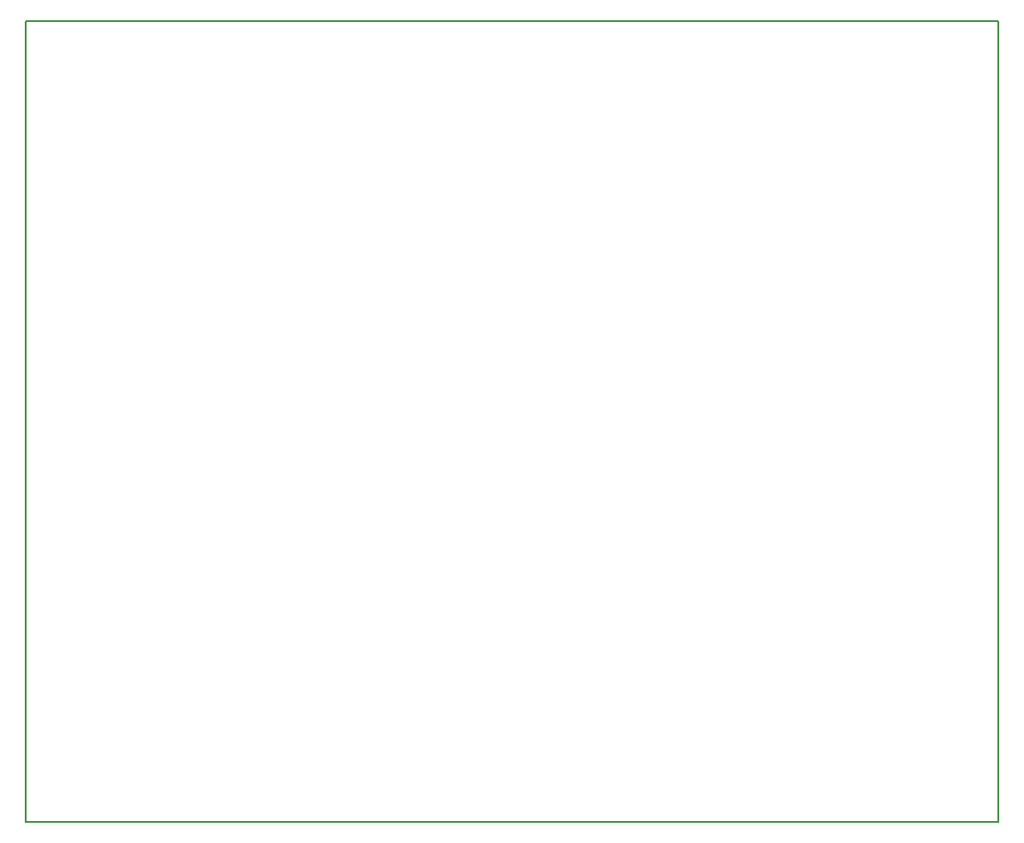
<source format=gbo>
G04 MADE WITH FRITZING*
G04 WWW.FRITZING.ORG*
G04 DOUBLE SIDED*
G04 HOLES PLATED*
G04 CONTOUR ON CENTER OF CONTOUR VECTOR*
%ASAXBY*%
%FSLAX23Y23*%
%MOIN*%
%OFA0B0*%
%SFA1.0B1.0*%
%ADD10R,3.539680X2.918970X3.523680X2.902970*%
%ADD11C,0.008000*%
%LNSILK0*%
G90*
G70*
G54D11*
X4Y2915D02*
X3536Y2915D01*
X3536Y4D01*
X4Y4D01*
X4Y2915D01*
D02*
G04 End of Silk0*
M02*
</source>
